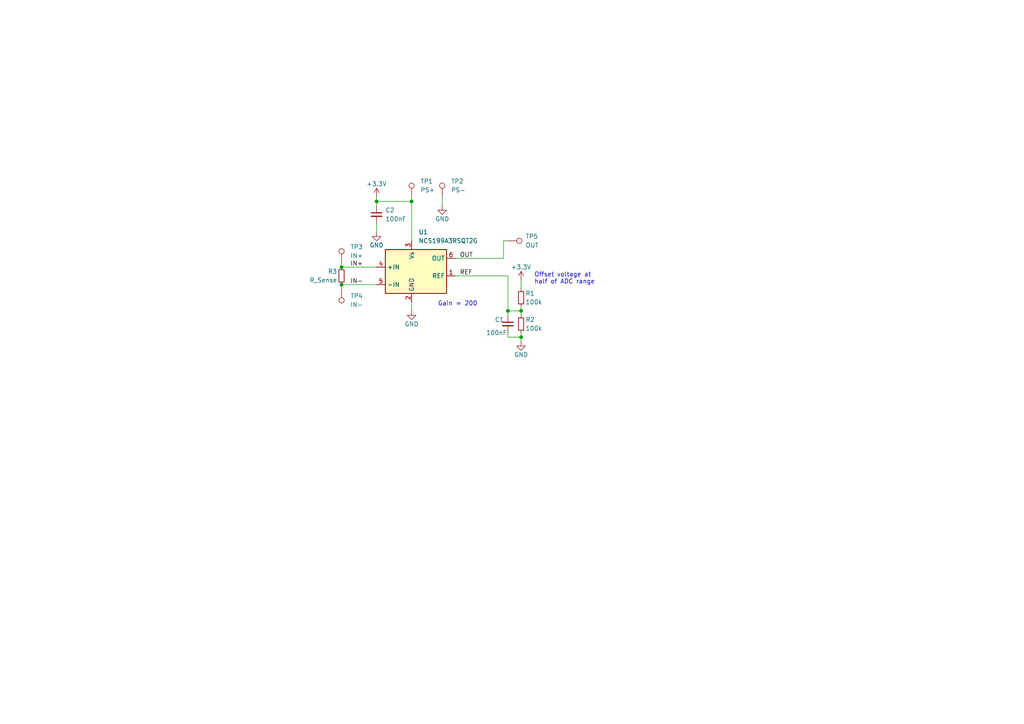
<source format=kicad_sch>
(kicad_sch (version 20211123) (generator eeschema)
  (paper "A4")
  (lib_symbols
    (symbol "Amplifier_Current:NCS210"
      (property "Reference" "U" (at -7.62 8.89 0))
      (property "Value" "NCS210" (at 2.54 8.89 0))
      (symbol "NCS210_0_1"
        (rectangle (start -7.62 7.62) (end 10.16 -5.08) (stroke (width 0.254)) (fill (type background)))
      )
      (symbol "NCS210_1_1"
        (pin input line (at 12.7 0 180) (length 2.54) (name "REF") (number "1"))
        (pin power_in line (at 0 -7.62 90) (length 2.54) (name "GND") (number "2"))
        (pin power_in line (at 0 10.16 270) (length 2.54) (name "Vs") (number "3"))
        (pin input line (at -10.16 2.54 0) (length 2.54) (name "+IN") (number "4"))
        (pin input line (at -10.16 -2.54 0) (length 2.54) (name "-IN") (number "5"))
        (pin output line (at 12.7 5.08 180) (length 2.54) (name "OUT") (number "6"))
      )
    )
    (symbol "Connector:TestPoint" (pin_numbers hide) (pin_names (offset 0.762) hide)
      (property "Reference" "TP" (at 0 6.858 0))
      (property "Value" "TestPoint" (at 0 5.08 0))
      (symbol "TestPoint_0_1"
        (circle (center 0 3.302) (radius 0.762))
      )
      (symbol "TestPoint_1_1"
        (pin passive line (at 0 0 90) (length 2.54) (name "1") (number "1"))
      )
    )
    (symbol "Device:C_Small" (pin_numbers hide) (pin_names (offset 0.254) hide)
      (property "Reference" "C" (at 0.254 1.778 0))
      (property "Value" "C_Small" (at 0.254 -2.032 0))
      (symbol "C_Small_0_1"
        (polyline (pts (xy -1.524 -0.508) (xy 1.524 -0.508)) (stroke (width 0.3302)))
        (polyline (pts (xy -1.524 0.508) (xy 1.524 0.508)) (stroke (width 0.3048)))
      )
      (symbol "C_Small_1_1"
        (pin passive line (at 0 2.54 270) (length 2.032) (name "~") (number "1"))
        (pin passive line (at 0 -2.54 90) (length 2.032) (name "~") (number "2"))
      )
    )
    (symbol "Device:R_Small" (pin_numbers hide) (pin_names (offset 0.254) hide)
      (property "Reference" "R" (at 0.762 0.508 0))
      (property "Value" "R_Small" (at 0.762 -1.016 0))
      (symbol "R_Small_0_1"
        (rectangle (start -0.762 1.778) (end 0.762 -1.778) (stroke (width 0.2032)))
      )
      (symbol "R_Small_1_1"
        (pin passive line (at 0 2.54 270) (length 0.762) (name "~") (number "1"))
        (pin passive line (at 0 -2.54 90) (length 0.762) (name "~") (number "2"))
      )
    )
    (symbol "power:+3.3V" (power) (pin_names (offset 0))
      (property "Value" "+3.3V" (at 0 3.556 0))
      (symbol "+3.3V_0_1"
        (polyline (pts (xy -0.762 1.27) (xy 0 2.54)))
        (polyline (pts (xy 0 0) (xy 0 2.54)))
        (polyline (pts (xy 0 2.54) (xy 0.762 1.27)))
      )
      (symbol "+3.3V_1_1"
        (pin power_in line (at 0 0 90) (length 0) hide (name "+3.3V") (number "1"))
      )
    )
    (symbol "power:GND" (power) (pin_names (offset 0))
      (property "Value" "GND" (at 0 -3.81 0))
      (symbol "GND_0_1"
        (polyline (pts (xy 0 0) (xy 0 -1.27) (xy 1.27 -1.27) (xy 0 -2.54) (xy -1.27 -1.27) (xy 0 -1.27)))
      )
      (symbol "GND_1_1"
        (pin power_in line (at 0 0 270) (length 0) hide (name "GND") (number "1"))
      )
    )
  )
  (junction (at 109.22 58.42))
  (junction (at 99.06 77.47))
  (junction (at 151.13 90.17))
  (junction (at 119.38 58.42))
  (junction (at 151.13 97.79))
  (junction (at 147.32 90.17))
  (junction (at 99.06 82.55))
  (wire (pts (xy 151.13 90.17) (xy 147.32 90.17)))
  (wire (pts (xy 109.22 57.15) (xy 109.22 58.42)))
  (wire (pts (xy 99.06 76.2) (xy 99.06 77.47)))
  (wire (pts (xy 147.32 97.79) (xy 147.32 96.52)))
  (wire (pts (xy 99.06 77.47) (xy 109.22 77.47)))
  (wire (pts (xy 99.06 82.55) (xy 109.22 82.55)))
  (wire (pts (xy 151.13 97.79) (xy 147.32 97.79)))
  (wire (pts (xy 147.32 90.17) (xy 147.32 91.44)))
  (wire (pts (xy 147.32 69.85) (xy 146.05 69.85)))
  (wire (pts (xy 151.13 81.28) (xy 151.13 83.82)))
  (wire (pts (xy 99.06 82.55) (xy 99.06 83.82)))
  (wire (pts (xy 128.27 57.15) (xy 128.27 59.69)))
  (wire (pts (xy 119.38 57.15) (xy 119.38 58.42)))
  (wire (pts (xy 109.22 58.42) (xy 119.38 58.42)))
  (wire (pts (xy 147.32 80.01) (xy 132.08 80.01)))
  (wire (pts (xy 119.38 58.42) (xy 119.38 69.85)))
  (wire (pts (xy 151.13 88.9) (xy 151.13 90.17)))
  (wire (pts (xy 151.13 90.17) (xy 151.13 91.44)))
  (wire (pts (xy 151.13 97.79) (xy 151.13 99.06)))
  (wire (pts (xy 151.13 96.52) (xy 151.13 97.79)))
  (wire (pts (xy 146.05 69.85) (xy 146.05 74.93)))
  (wire (pts (xy 109.22 64.77) (xy 109.22 67.31)))
  (wire (pts (xy 147.32 90.17) (xy 147.32 80.01)))
  (wire (pts (xy 109.22 58.42) (xy 109.22 59.69)))
  (wire (pts (xy 146.05 74.93) (xy 132.08 74.93)))
  (wire (pts (xy 119.38 87.63) (xy 119.38 90.17)))
  (text "Gain = 200" (at 127 88.9 0) (effects (font (size 1.27 1.27)) (justify left bottom)))
  (text "Offset voltage at\nhalf of ADC range" (at 154.94 82.55 0) (effects (font (size 1.27 1.27)) (justify left bottom)))
  (label "REF" (at 133.35 80.01 0))
  (label "OUT" (at 133.35 74.93 0))
  (label "IN-" (at 101.6 82.55 0))
  (label "IN+" (at 101.6 77.47 0))
  (symbol (lib_id "Connector:TestPoint") (at 147.32 69.85 270) (unit 1)
    (property "Reference" "TP5" (at 152.4 68.5799 90) (effects (justify left)))
    (property "Value" "OUT" (at 152.4 71.1199 90) (effects (justify left)))
    (property "Footprint" "Connector_PinHeader_2.54mm:PinHeader_1x01_P2.54mm_Vertical" (effects hide))
  )
  (symbol (lib_id "Device:R_Small") (at 151.13 93.98 0) (unit 1)
    (property "Reference" "R2" (at 152.4 92.71 0) (effects (justify left)))
    (property "Value" "100k" (at 152.4 95.25 0) (effects (justify left)))
    (property "Footprint" "Resistor_SMD:R_0603_1608Metric_Pad0.98x0.95mm_HandSolder" (effects hide))
  )
  (symbol (lib_id "Connector:TestPoint") (at 128.27 57.15 0) (unit 1)
    (property "Reference" "TP2" (at 130.81 52.5779 0) (effects (justify left)))
    (property "Value" "PS-" (at 130.81 55.1179 0) (effects (justify left)))
    (property "Footprint" "Connector_PinHeader_2.54mm:PinHeader_1x01_P2.54mm_Vertical" (effects hide))
  )
  (symbol (lib_id "Connector:TestPoint") (at 99.06 83.82 180) (unit 1)
    (property "Reference" "TP4" (at 101.6 85.8519 0) (effects (justify right)))
    (property "Value" "IN-" (at 101.6 88.3919 0) (effects (justify right)))
    (property "Footprint" "Connector_PinHeader_2.54mm:PinHeader_1x01_P2.54mm_Vertical" (effects hide))
  )
  (symbol (lib_id "Device:C_Small") (at 109.22 62.23 0) (unit 1)
    (property "Reference" "C2" (at 111.76 60.9662 0) (effects (justify left)))
    (property "Value" "100nF" (at 111.76 63.5062 0) (effects (justify left)))
    (property "Footprint" "Capacitor_SMD:C_0603_1608Metric_Pad1.08x0.95mm_HandSolder" (effects hide))
  )
  (symbol (lib_id "Connector:TestPoint") (at 119.38 57.15 0) (unit 1)
    (property "Reference" "TP1" (at 121.92 52.5779 0) (effects (justify left)))
    (property "Value" "PS+" (at 121.92 55.1179 0) (effects (justify left)))
    (property "Footprint" "Connector_PinHeader_2.54mm:PinHeader_1x01_P2.54mm_Vertical" (effects hide))
  )
  (symbol (lib_id "power:GND") (at 109.22 67.31 0) (unit 1)
    (property "Reference" "#PWR0104" (effects hide))
    (property "Value" "GND" (at 109.22 71.12 0))
  )
  (symbol (lib_id "Device:R_Small") (at 99.06 80.01 0) (unit 1)
    (property "Reference" "R3" (at 97.79 78.74 0) (effects (justify right)))
    (property "Value" "R_Sense" (at 97.79 81.28 0) (effects (justify right)))
    (property "Footprint" "Resistor_SMD:R_0805_2012Metric_Pad1.20x1.40mm_HandSolder" (effects hide))
  )
  (symbol (lib_id "power:GND") (at 151.13 99.06 0) (unit 1)
    (property "Reference" "#PWR0101" (effects hide))
    (property "Value" "GND" (at 151.13 102.87 0))
  )
  (symbol (lib_id "power:GND") (at 119.38 90.17 0) (unit 1)
    (property "Reference" "#PWR0102" (effects hide))
    (property "Value" "GND" (at 119.38 93.98 0))
  )
  (symbol (lib_id "power:+3.3V") (at 109.22 57.15 0) (unit 1)
    (property "Reference" "#PWR0106" (effects hide))
    (property "Value" "+3.3V" (at 109.22 53.34 0))
  )
  (symbol (lib_id "Device:C_Small") (at 147.32 93.98 0) (unit 1)
    (property "Reference" "C1" (at 143.51 92.71 0) (effects (justify left)))
    (property "Value" "100nF" (at 140.97 96.52 0) (effects (justify left)))
    (property "Footprint" "Capacitor_SMD:C_0603_1608Metric_Pad1.08x0.95mm_HandSolder" (effects hide))
  )
  (symbol (lib_id "Device:R_Small") (at 151.13 86.36 0) (unit 1)
    (property "Reference" "R1" (at 152.4 85.09 0) (effects (justify left)))
    (property "Value" "100k" (at 152.4 87.63 0) (effects (justify left)))
    (property "Footprint" "Resistor_SMD:R_0603_1608Metric_Pad0.98x0.95mm_HandSolder" (effects hide))
  )
  (symbol (lib_id "Connector:TestPoint") (at 99.06 76.2 0) (unit 1)
    (property "Reference" "TP3" (at 101.6 71.6279 0) (effects (justify left)))
    (property "Value" "IN+" (at 101.6 74.1679 0) (effects (justify left)))
    (property "Footprint" "Connector_PinHeader_2.54mm:PinHeader_1x01_P2.54mm_Vertical" (effects hide))
  )
  (symbol (lib_id "Amplifier_Current:NCS210") (at 119.38 80.01 0) (unit 1)
    (property "Reference" "U1" (at 121.3994 67.31 0) (effects (justify left)))
    (property "Value" "NCS199A3RSQT2G" (at 121.3994 69.85 0) (effects (justify left)))
    (property "Footprint" "Package_TO_SOT_SMD:SOT-363_SC-70-6_Handsoldering" (effects hide))
    (property "Datasheet" "https://www.onsemi.com/pub/Collateral/NCS210R-D.PDF" (effects hide))
  )
  (symbol (lib_id "power:+3.3V") (at 151.13 81.28 0) (unit 1)
    (property "Reference" "#PWR0103" (effects hide))
    (property "Value" "+3.3V" (at 151.13 77.47 0))
  )
  (symbol (lib_id "power:GND") (at 128.27 59.69 0) (unit 1)
    (property "Reference" "#PWR0105" (effects hide))
    (property "Value" "GND" (at 128.27 63.5 0))
  )
)
</source>
